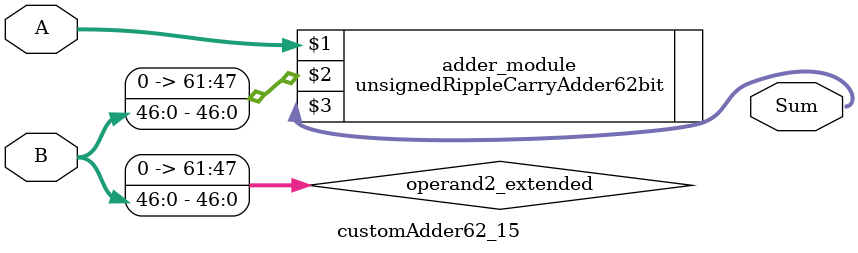
<source format=v>
module customAdder62_15(
                        input [61 : 0] A,
                        input [46 : 0] B,
                        
                        output [62 : 0] Sum
                );

        wire [61 : 0] operand2_extended;
        
        assign operand2_extended =  {15'b0, B};
        
        unsignedRippleCarryAdder62bit adder_module(
            A,
            operand2_extended,
            Sum
        );
        
        endmodule
        
</source>
